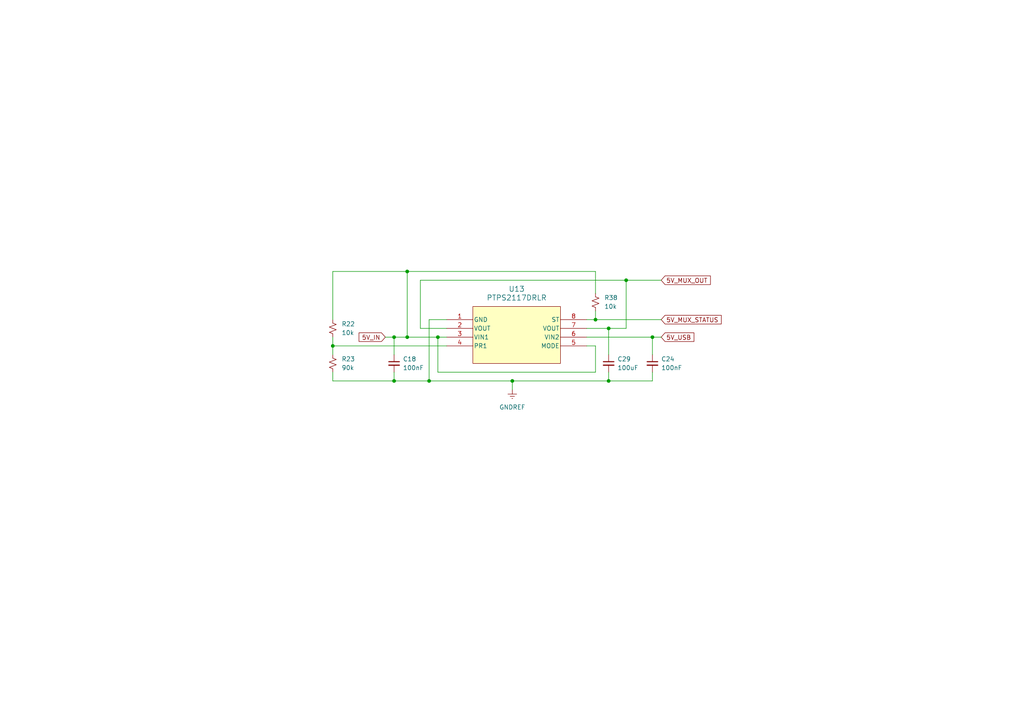
<source format=kicad_sch>
(kicad_sch (version 20250114) (generator "eeschema") (generator_version "9.0")
  (paper "A4")
  (lib_symbols
    (symbol "Device:C_Small" (pin_numbers (hide yes)) (pin_names (offset 0.254) (hide yes))
      (property "Reference" "C" (at 0.254 1.778 0))
      (property "Value" "C_Small" (at 0.254 -2.032 0))
      (symbol "C_Small_0_1"
        (polyline (pts (xy -1.524 0.508) (xy 1.524 0.508)) (stroke (width 0.3048)))
        (polyline (pts (xy -1.524 -0.508) (xy 1.524 -0.508)) (stroke (width 0.3302)))
      )
      (symbol "C_Small_1_1"
        (pin passive line (at 0 2.54 270) (length 2.032) (name "~") (number "1"))
        (pin passive line (at 0 -2.54 90) (length 2.032) (name "~") (number "2"))
      )
    )
    (symbol "Device:R_Small_US" (pin_numbers (hide yes)) (pin_names (offset 0.254) (hide yes))
      (property "Reference" "R" (at 0.762 0.508 0))
      (property "Value" "R_Small_US" (at 0.762 -1.016 0))
      (symbol "R_Small_US_1_1"
        (polyline (pts (xy 0 1.524) (xy 1.016 1.143) (xy 0 0.762) (xy -1.016 0.381) (xy 0 0)))
        (polyline (pts (xy 0 0) (xy 1.016 -0.381) (xy 0 -0.762) (xy -1.016 -1.143) (xy 0 -1.524)))
        (pin passive line (at 0 2.54 270) (length 1.016) (name "~") (number "1"))
        (pin passive line (at 0 -2.54 90) (length 1.016) (name "~") (number "2"))
      )
    )
    (symbol "Power_Management:PTPS2117DRLR" (pin_names (offset 0.254))
      (property "Reference" "U" (at 20.32 10.16 0))
      (property "Value" "PTPS2117DRLR" (at 20.32 7.62 0))
      (symbol "PTPS2117DRLR_0_1"
        (pin power_out line (at 0 0 0) (length 7.62) (name "GND") (number "1"))
        (pin output line (at 0 -2.54 0) (length 7.62) (name "VOUT") (number "2"))
        (pin input line (at 0 -5.08 0) (length 7.62) (name "VIN1") (number "3"))
        (pin input line (at 0 -7.62 0) (length 7.62) (name "PR1") (number "4"))
        (pin output line (at 40.64 0 180) (length 7.62) (name "ST") (number "8"))
        (pin output line (at 40.64 -2.54 180) (length 7.62) (name "VOUT") (number "7"))
        (pin input line (at 40.64 -5.08 180) (length 7.62) (name "VIN2") (number "6"))
        (pin input line (at 40.64 -7.62 180) (length 7.62) (name "MODE") (number "5"))
      )
      (symbol "PTPS2117DRLR_1_1"
        (rectangle (start 7.62 3.81) (end 33.02 -12.7) (fill (type background)))
      )
    )
    (symbol "power:GNDREF" (power) (pin_numbers (hide yes)) (pin_names (offset 0) (hide yes))
      (property "Value" "GNDREF" (at 0 -3.81 0))
      (symbol "GNDREF_0_1"
        (polyline (pts (xy -0.635 -1.905) (xy 0.635 -1.905)))
        (polyline (pts (xy -0.127 -2.54) (xy 0.127 -2.54)))
        (polyline (pts (xy 0 -1.27) (xy 0 0)))
        (polyline (pts (xy 1.27 -1.27) (xy -1.27 -1.27)))
      )
      (symbol "GNDREF_1_1"
        (pin power_in line (at 0 0 270) (length 0) (name "~") (number "1"))
      )
    )
  )
  (junction (at 189.23 97.79))
  (junction (at 127 97.79))
  (junction (at 176.53 110.49))
  (junction (at 176.53 95.25))
  (junction (at 124.46 110.49))
  (junction (at 114.3 97.79))
  (junction (at 96.52 100.33))
  (junction (at 114.3 110.49))
  (junction (at 172.72 92.71))
  (junction (at 118.11 78.74))
  (junction (at 148.59 110.49))
  (junction (at 181.61 81.28))
  (junction (at 118.11 97.79))
  (wire (pts (xy 127 97.79) (xy 127 107.95)))
  (wire (pts (xy 172.72 90.17) (xy 172.72 92.71)))
  (wire (pts (xy 121.92 81.28) (xy 181.61 81.28)))
  (wire (pts (xy 124.46 92.71) (xy 124.46 110.49)))
  (wire (pts (xy 172.72 92.71) (xy 191.77 92.71)))
  (wire (pts (xy 129.54 92.71) (xy 124.46 92.71)))
  (wire (pts (xy 189.23 110.49) (xy 189.23 107.95)))
  (wire (pts (xy 172.72 107.95) (xy 127 107.95)))
  (wire (pts (xy 189.23 97.79) (xy 189.23 102.87)))
  (wire (pts (xy 121.92 95.25) (xy 121.92 81.28)))
  (wire (pts (xy 176.53 95.25) (xy 181.61 95.25)))
  (wire (pts (xy 170.18 100.33) (xy 172.72 100.33)))
  (wire (pts (xy 129.54 95.25) (xy 121.92 95.25)))
  (wire (pts (xy 114.3 97.79) (xy 114.3 102.87)))
  (wire (pts (xy 176.53 110.49) (xy 189.23 110.49)))
  (wire (pts (xy 176.53 102.87) (xy 176.53 95.25)))
  (wire (pts (xy 118.11 97.79) (xy 127 97.79)))
  (wire (pts (xy 176.53 107.95) (xy 176.53 110.49)))
  (wire (pts (xy 96.52 107.95) (xy 96.52 110.49)))
  (wire (pts (xy 170.18 97.79) (xy 189.23 97.79)))
  (wire (pts (xy 96.52 100.33) (xy 129.54 100.33)))
  (wire (pts (xy 170.18 92.71) (xy 172.72 92.71)))
  (wire (pts (xy 172.72 85.09) (xy 172.72 78.74)))
  (wire (pts (xy 114.3 97.79) (xy 118.11 97.79)))
  (wire (pts (xy 127 97.79) (xy 129.54 97.79)))
  (wire (pts (xy 176.53 95.25) (xy 170.18 95.25)))
  (wire (pts (xy 96.52 100.33) (xy 96.52 102.87)))
  (wire (pts (xy 96.52 78.74) (xy 118.11 78.74)))
  (wire (pts (xy 124.46 110.49) (xy 148.59 110.49)))
  (wire (pts (xy 189.23 97.79) (xy 191.77 97.79)))
  (wire (pts (xy 172.72 100.33) (xy 172.72 107.95)))
  (wire (pts (xy 172.72 78.74) (xy 118.11 78.74)))
  (wire (pts (xy 181.61 81.28) (xy 191.77 81.28)))
  (wire (pts (xy 148.59 110.49) (xy 176.53 110.49)))
  (wire (pts (xy 111.76 97.79) (xy 114.3 97.79)))
  (wire (pts (xy 96.52 78.74) (xy 96.52 92.71)))
  (wire (pts (xy 118.11 78.74) (xy 118.11 97.79)))
  (wire (pts (xy 148.59 110.49) (xy 148.59 113.03)))
  (wire (pts (xy 181.61 95.25) (xy 181.61 81.28)))
  (wire (pts (xy 114.3 107.95) (xy 114.3 110.49)))
  (wire (pts (xy 96.52 110.49) (xy 114.3 110.49)))
  (wire (pts (xy 96.52 97.79) (xy 96.52 100.33)))
  (wire (pts (xy 114.3 110.49) (xy 124.46 110.49)))
  (global_label "5V_MUX_OUT" (shape input) (at 191.77 81.28 0) (property "Intersheetrefs" "${INTERSHEET_REFS}" (effects (hide yes))))
  (global_label "5V_IN" (shape input) (at 111.76 97.79 180) (property "Intersheetrefs" "${INTERSHEET_REFS}" (effects (hide yes))))
  (global_label "5V_MUX_STATUS" (shape input) (at 191.77 92.71 0) (property "Intersheetrefs" "${INTERSHEET_REFS}" (effects (hide yes))))
  (global_label "5V_USB" (shape input) (at 191.77 97.79 0) (property "Intersheetrefs" "${INTERSHEET_REFS}" (effects (hide yes))))
  (symbol (lib_id "Device:C_Small") (at 114.3 105.41 0) (unit 1)
    (property "Reference" "C18" (at 116.84 104.1462 0) (effects (justify left)))
    (property "Value" "100nF" (at 116.84 106.6862 0) (effects (justify left)))
    (property "Description" "Unpolarized capacitor, small symbol" (effects (hide yes)))
  )
  (symbol (lib_id "Device:R_Small_US") (at 96.52 95.25 0) (unit 1)
    (property "Reference" "R22" (at 99.06 93.9799 0) (effects (justify left)))
    (property "Value" "10k" (at 99.06 96.5199 0) (effects (justify left)))
    (property "Description" "Resistor, small US symbol" (effects (hide yes)))
  )
  (symbol (lib_id "Device:R_Small_US") (at 172.72 87.63 0) (unit 1)
    (property "Reference" "R38" (at 175.26 86.3599 0) (effects (justify left)))
    (property "Value" "10k" (at 175.26 88.8999 0) (effects (justify left)))
    (property "Description" "Resistor, small US symbol" (effects (hide yes)))
  )
  (symbol (lib_id "Device:R_Small_US") (at 96.52 105.41 0) (unit 1)
    (property "Reference" "R23" (at 99.06 104.1399 0) (effects (justify left)))
    (property "Value" "90k" (at 99.06 106.6799 0) (effects (justify left)))
    (property "Description" "Resistor, small US symbol" (effects (hide yes)))
  )
  (symbol (lib_id "Power_Management:PTPS2117DRLR") (at 129.54 92.71 0) (unit 1)
    (property "Reference" "U13" (at 149.86 83.82 0) (effects (font (size 1.524 1.524))))
    (property "Value" "PTPS2117DRLR" (at 149.86 86.36 0) (effects (font (size 1.524 1.524))))
    (property "Footprint" "SOT-5X3-8_DRL_TEX" (effects (hide yes)))
    (property "Datasheet" "https://www.ti.com/lit/gpn/tps2117" (effects (hide yes)))
  )
  (symbol (lib_id "Device:C_Small") (at 176.53 105.41 0) (unit 1)
    (property "Reference" "C29" (at 179.07 104.1462 0) (effects (justify left)))
    (property "Value" "100uF" (at 179.07 106.6862 0) (effects (justify left)))
    (property "Description" "Unpolarized capacitor, small symbol" (effects (hide yes)))
  )
  (symbol (lib_id "power:GNDREF") (at 148.59 113.03 0) (unit 1)
    (property "Reference" "#PWR06" (effects (hide yes)))
    (property "Value" "GNDREF" (at 148.59 118.11 0))
    (property "Description" "Power symbol creates a global label with name \"GNDREF\" , reference supply ground" (effects (hide yes)))
  )
  (symbol (lib_id "Device:C_Small") (at 189.23 105.41 0) (unit 1)
    (property "Reference" "C24" (at 191.77 104.1462 0) (effects (justify left)))
    (property "Value" "100nF" (at 191.77 106.6862 0) (effects (justify left)))
    (property "Description" "Unpolarized capacitor, small symbol" (effects (hide yes)))
  )
)
</source>
